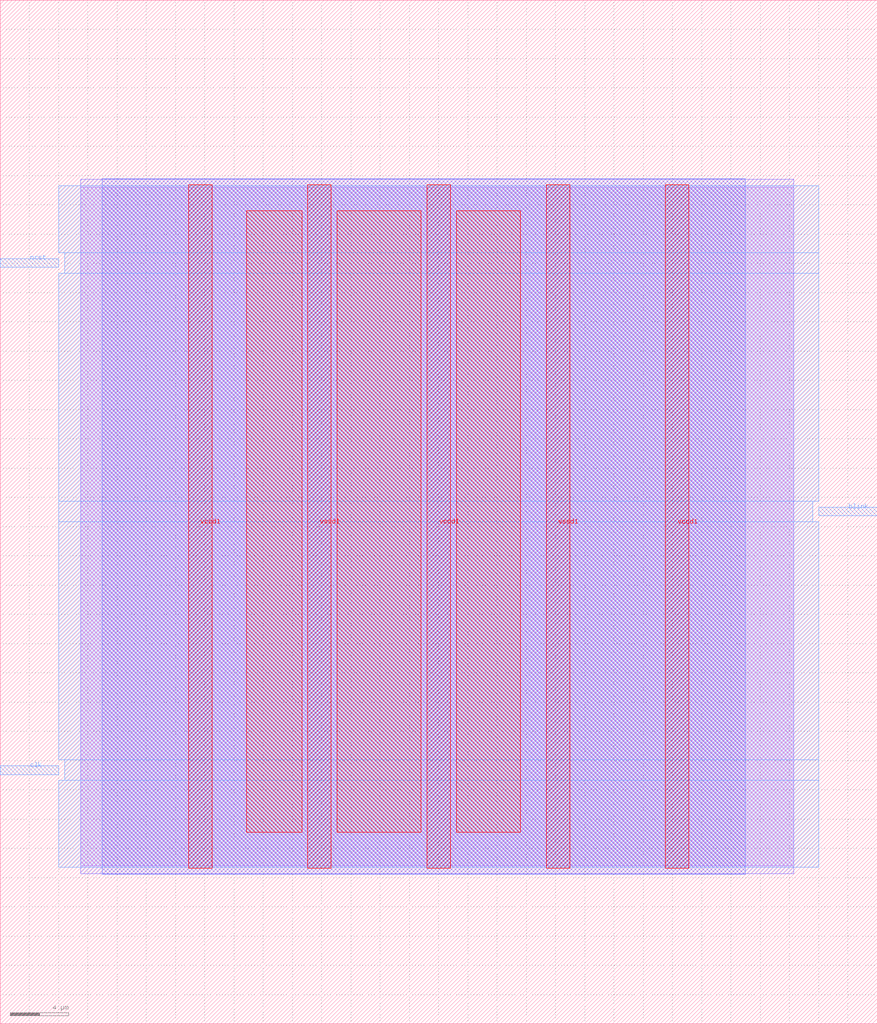
<source format=lef>
VERSION 5.7 ;
  NOWIREEXTENSIONATPIN ON ;
  DIVIDERCHAR "/" ;
  BUSBITCHARS "[]" ;
MACRO Blink
  CLASS BLOCK ;
  FOREIGN Blink ;
  ORIGIN 0.000 0.000 ;
  SIZE 60.000 BY 70.000 ;
  PIN blink
    DIRECTION OUTPUT TRISTATE ;
    USE SIGNAL ;
    PORT
      LAYER met3 ;
        RECT 56.000 34.720 60.000 35.320 ;
    END
  END blink
  PIN clk
    DIRECTION INPUT ;
    USE SIGNAL ;
    PORT
      LAYER met3 ;
        RECT 0.000 17.040 4.000 17.640 ;
    END
  END clk
  PIN nrst
    DIRECTION INPUT ;
    USE SIGNAL ;
    PORT
      LAYER met3 ;
        RECT 0.000 51.720 4.000 52.320 ;
    END
  END nrst
  PIN vccd1
    DIRECTION INPUT ;
    USE POWER ;
    PORT
      LAYER met4 ;
        RECT 12.880 10.640 14.480 57.360 ;
    END
    PORT
      LAYER met4 ;
        RECT 29.200 10.640 30.800 57.360 ;
    END
    PORT
      LAYER met4 ;
        RECT 45.520 10.640 47.120 57.360 ;
    END
  END vccd1
  PIN vssd1
    DIRECTION INPUT ;
    USE GROUND ;
    PORT
      LAYER met4 ;
        RECT 21.040 10.640 22.640 57.360 ;
    END
    PORT
      LAYER met4 ;
        RECT 37.360 10.640 38.960 57.360 ;
    END
  END vssd1
  OBS
      LAYER li1 ;
        RECT 5.520 10.795 54.280 57.205 ;
      LAYER met1 ;
        RECT 5.520 10.240 54.280 57.760 ;
      LAYER met2 ;
        RECT 6.990 10.210 50.960 57.790 ;
      LAYER met3 ;
        RECT 4.000 52.720 56.000 57.285 ;
        RECT 4.400 51.320 56.000 52.720 ;
        RECT 4.000 35.720 56.000 51.320 ;
        RECT 4.000 34.320 55.600 35.720 ;
        RECT 4.000 18.040 56.000 34.320 ;
        RECT 4.400 16.640 56.000 18.040 ;
        RECT 4.000 10.715 56.000 16.640 ;
      LAYER met4 ;
        RECT 16.855 13.095 20.640 55.585 ;
        RECT 23.040 13.095 28.800 55.585 ;
        RECT 31.200 13.095 35.585 55.585 ;
  END
END Blink
END LIBRARY


</source>
